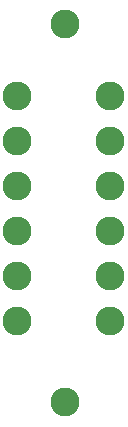
<source format=gbs>
%FSLAX23Y23*%
%MOIN*%
G04 EasyPC Gerber Version 16.0.6 Build 3249 *
%ADD109C,0.09600*%
X0Y0D02*
D02*
D109*
X83Y343D03*
Y493D03*
Y643D03*
Y793D03*
Y943D03*
Y1093D03*
X243Y73D03*
Y1333D03*
X393Y343D03*
Y493D03*
Y643D03*
Y793D03*
Y943D03*
Y1093D03*
X0Y0D02*
M02*

</source>
